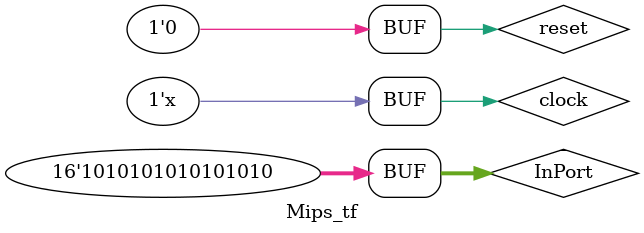
<source format=v>
`timescale 1ns / 1ps


module Mips_tf;

	// Inputs
	reg [15:0] InPort;
	reg reset;
	reg clock;

	// Outputs
	wire [15:0] OutPort;

	// Instantiate the Unit Under Test (UUT)
	Mips uut (
		.InPort(InPort), 
		.OutPort(OutPort), 
		.reset(reset), 
		.clock(clock)
	);

	initial begin
		// Initialize Inputs
		InPort = 0;
		reset = 0;
		clock = 0;

		// Wait 100 ns for global reset to finish
		#100;
        
		// Add stimulus here
		
		
		InPort = 16'hAAAA;
	end
      always #10 clock=~clock;
endmodule


</source>
